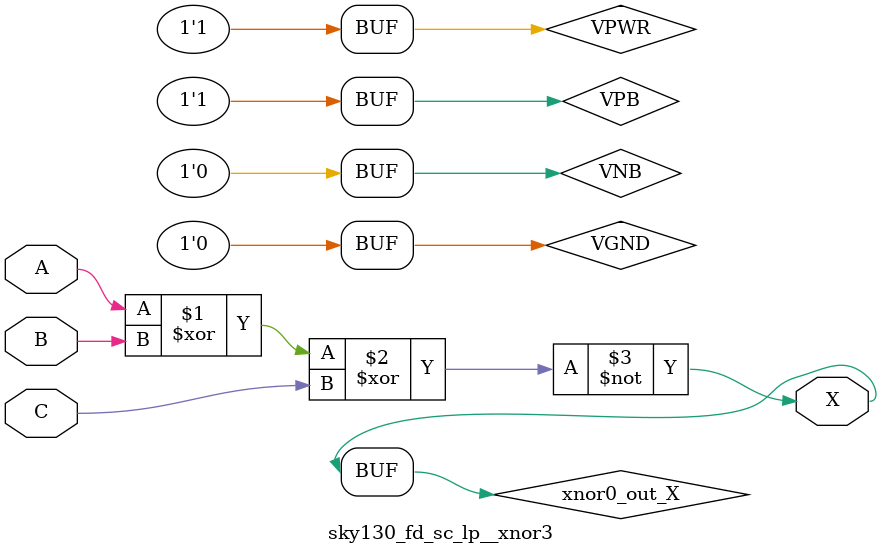
<source format=v>
/*
 * Copyright 2020 The SkyWater PDK Authors
 *
 * Licensed under the Apache License, Version 2.0 (the "License");
 * you may not use this file except in compliance with the License.
 * You may obtain a copy of the License at
 *
 *     https://www.apache.org/licenses/LICENSE-2.0
 *
 * Unless required by applicable law or agreed to in writing, software
 * distributed under the License is distributed on an "AS IS" BASIS,
 * WITHOUT WARRANTIES OR CONDITIONS OF ANY KIND, either express or implied.
 * See the License for the specific language governing permissions and
 * limitations under the License.
 *
 * SPDX-License-Identifier: Apache-2.0
*/


`ifndef SKY130_FD_SC_LP__XNOR3_BEHAVIORAL_V
`define SKY130_FD_SC_LP__XNOR3_BEHAVIORAL_V

/**
 * xnor3: 3-input exclusive NOR.
 *
 * Verilog simulation functional model.
 */

`timescale 1ns / 1ps
`default_nettype none

`celldefine
module sky130_fd_sc_lp__xnor3 (
    X,
    A,
    B,
    C
);

    // Module ports
    output X;
    input  A;
    input  B;
    input  C;

    // Module supplies
    supply1 VPWR;
    supply0 VGND;
    supply1 VPB ;
    supply0 VNB ;

    // Local signals
    wire xnor0_out_X;

    //   Name   Output       Other arguments
    xnor xnor0 (xnor0_out_X, A, B, C        );
    buf  buf0  (X          , xnor0_out_X    );

endmodule
`endcelldefine

`default_nettype wire
`endif  // SKY130_FD_SC_LP__XNOR3_BEHAVIORAL_V
</source>
